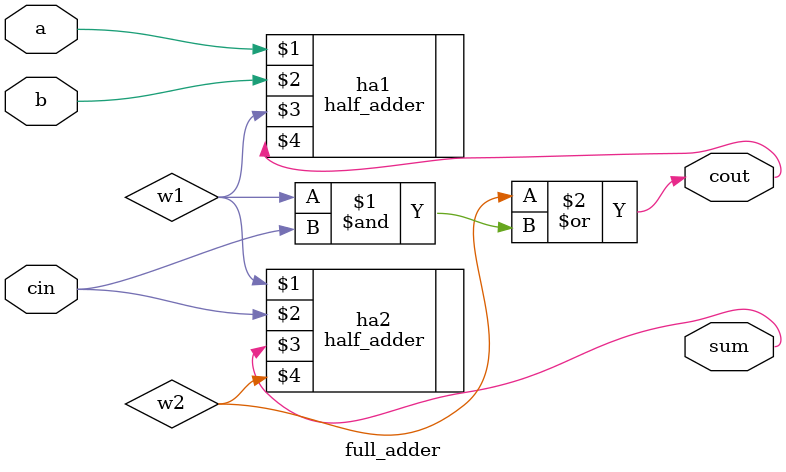
<source format=v>
module full_adder (
    input a,
    input b,
    input cin,
    output sum,
    output cout
);
wire w1, w2;

half_adder ha1(a, b, w1, cout);
half_adder ha2(w1, cin, sum, w2);

assign cout = w2 | (w1 & cin);

endmodule
</source>
